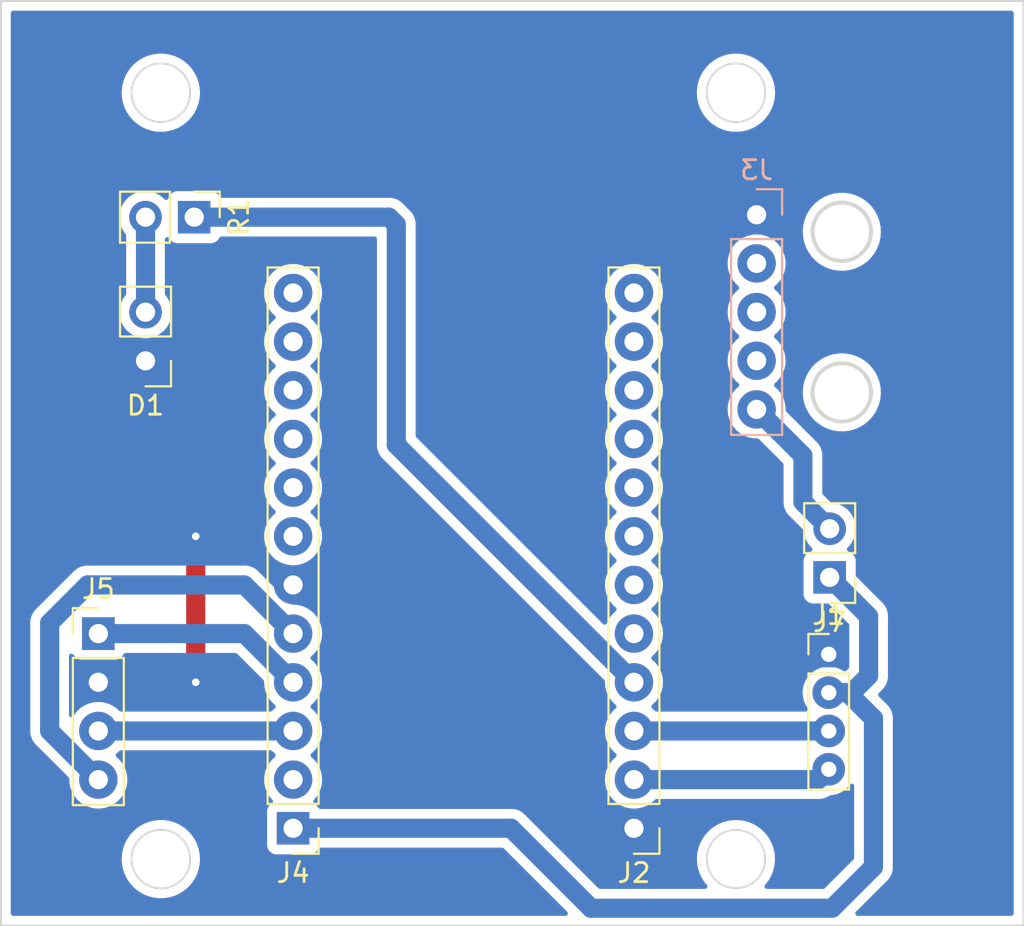
<source format=kicad_pcb>
(kicad_pcb (version 20211014) (generator pcbnew)
  (layers (0 "F.Cu" signal) (31 "B.Cu" signal) (34 "B.Paste" user) (35 "F.Paste" user) (36 "B.SilkS" user "B.Silkscreen") (37 "F.SilkS" user "F.Silkscreen") (38 "B.Mask" user) (39 "F.Mask" user) (44 "Edge.Cuts" user))
  (net 0 "")
  (net 1 "Net-(J1-Pad2)")
  (net 2 "Net-(J1-Pad3)")
  (net 3 "Net-(J1-Pad4)")
  (net 4 "Net-(J2-Pad4)")
  (net 22 "GND")
  (net 23 "CLK")
  (net 24 "DIO")
  (net 25 "RST")
  (net 26 "Net-(J3-Pad5)")
  (net 27 "Net-(R1-Pad2)")
  (footprint "Connector_PinHeader_2.54mm:PinHeader_1x02_P2.54mm_Vertical" (layer "F.Cu") (at 86.741 73.025 -90)
    (fp_text reference "R1" (at 0 -2.33 90) (layer "F.SilkS"))
    (fp_text value "R")
    (fp_line (start -1.33 -1.33) (end 0 -1.33) (layer "F.SilkS") (width 0.12))
    (fp_line (start -1.33 1.27) (end 1.33 1.27) (layer "F.SilkS") (width 0.12))
    (fp_line (start -1.33 3.87) (end 1.33 3.87) (layer "F.SilkS") (width 0.12))
    (fp_line (start -1.33 0) (end -1.33 -1.33) (layer "F.SilkS") (width 0.12))
    (fp_line (start -1.33 1.27) (end -1.33 3.87) (layer "F.SilkS") (width 0.12))
    (fp_line (start 1.33 1.27) (end 1.33 3.87) (layer "F.SilkS") (width 0.12))
    (pad "1" thru_hole rect (at 0 0 270) (size 1.7 1.7) (drill 1) (layers *.Cu *.Mask) (net 4 "Net-(J2-Pad4)"))
    (pad "2" thru_hole oval (at 0 2.54 270) (size 1.7 1.7) (drill 1) (layers *.Cu *.Mask) (net 27 "Net-(R1-Pad2)"))
  )
  (footprint "Connector_PinHeader_2.54mm:PinHeader_1x02_P2.54mm_Vertical" (layer "F.Cu") (at 119.888 91.826 180)
    (fp_text reference "J7" (at 0 -2.33) (layer "F.SilkS"))
    (fp_text value "Switch")
    (fp_line (start -1.33 1.27) (end 1.33 1.27) (layer "F.SilkS") (width 0.12))
    (fp_line (start -1.33 0) (end -1.33 -1.33) (layer "F.SilkS") (width 0.12))
    (fp_line (start -1.33 -1.33) (end 0 -1.33) (layer "F.SilkS") (width 0.12))
    (fp_line (start 1.33 1.27) (end 1.33 3.87) (layer "F.SilkS") (width 0.12))
    (fp_line (start -1.33 3.87) (end 1.33 3.87) (layer "F.SilkS") (width 0.12))
    (fp_line (start -1.33 1.27) (end -1.33 3.87) (layer "F.SilkS") (width 0.12))
    (pad "1" thru_hole rect (at 0 0 180) (size 1.7 1.7) (drill 1) (layers *.Cu *.Mask) (net 1 "Net-(J1-Pad2)"))
    (pad "2" thru_hole oval (at 0 2.54 180) (size 1.7 1.7) (drill 1) (layers *.Cu *.Mask) (net 26 "Net-(J3-Pad5)"))
  )
  (footprint "Connector_PinHeader_2.54mm:PinHeader_1x04_P2.54mm_Vertical" (layer "F.Cu") (at 81.74 94.76)
    (fp_text reference "J5" (at 0 -2.33) (layer "F.SilkS"))
    (fp_text value "STLINK")
    (fp_line (start -1.33 -1.33) (end 0 -1.33) (layer "F.SilkS") (width 0.12))
    (fp_line (start -1.33 1.27) (end 1.33 1.27) (layer "F.SilkS") (width 0.12))
    (fp_line (start -1.33 1.27) (end -1.33 8.95) (layer "F.SilkS") (width 0.12))
    (fp_line (start -1.33 0) (end -1.33 -1.33) (layer "F.SilkS") (width 0.12))
    (fp_line (start 1.33 1.27) (end 1.33 8.95) (layer "F.SilkS") (width 0.12))
    (fp_line (start -1.33 8.95) (end 1.33 8.95) (layer "F.SilkS") (width 0.12))
    (pad "1" thru_hole rect locked (at 0 0) (size 1.7 1.7) (drill 1) (layers *.Cu *.Mask) (net 23 "CLK"))
    (pad "2" thru_hole oval locked (at 0 2.54) (size 2 2) (drill 1) (layers *.Cu *.Mask) (net 22 "GND"))
    (pad "3" thru_hole oval locked (at 0 5.08) (size 2 2) (drill 1) (layers *.Cu *.Mask) (net 24 "DIO"))
    (pad "4" thru_hole oval locked (at 0 7.62) (size 2 2) (drill 1) (layers *.Cu *.Mask) (net 25 "RST"))
  )
  (footprint "Connector_PinHeader_2.54mm:PinHeader_1x12_P2.54mm_Vertical" (layer "F.Cu") (at 109.68 104.92 180)
    (fp_text reference "J2" (at 0 -2.33) (layer "F.SilkS"))
    (fp_text value "Conn_01x12")
    (fp_line (start -1.33 -1.33) (end 0 -1.33) (layer "F.SilkS") (width 0.12))
    (fp_line (start -1.33 1.27) (end 1.33 1.27) (layer "F.SilkS") (width 0.12))
    (fp_line (start -1.33 29.27) (end 1.33 29.27) (layer "F.SilkS") (width 0.12))
    (fp_line (start -1.33 0) (end -1.33 -1.33) (layer "F.SilkS") (width 0.12))
    (fp_line (start -1.33 1.27) (end -1.33 29.27) (layer "F.SilkS") (width 0.12))
    (fp_line (start 1.33 1.27) (end 1.33 29.27) (layer "F.SilkS") (width 0.12))
    (pad "1" thru_hole rect locked (at 0 0 180) (size 1.7 1.7) (drill 1) (layers *.Cu *.Mask) (net 22 "GND"))
    (pad "2" thru_hole oval locked (at 0 2.54 180) (size 2 2) (drill 1) (layers *.Cu *.Mask) (net 3 "Net-(J1-Pad4)"))
    (pad "3" thru_hole oval locked (at 0 5.08 180) (size 2 2) (drill 1) (layers *.Cu *.Mask) (net 2 "Net-(J1-Pad3)"))
    (pad "4" thru_hole oval locked (at 0 7.62 180) (size 2 2) (drill 1) (layers *.Cu *.Mask) (net 4 "Net-(J2-Pad4)"))
    (pad "5" thru_hole oval locked (at 0 10.16 180) (size 2 2) (drill 1) (layers *.Cu *.Mask))
    (pad "6" thru_hole oval locked (at 0 12.7 180) (size 2 2) (drill 1) (layers *.Cu *.Mask))
    (pad "7" thru_hole oval locked (at 0 15.24 180) (size 2 2) (drill 1) (layers *.Cu *.Mask))
    (pad "8" thru_hole oval locked (at 0 17.78 180) (size 2 2) (drill 1) (layers *.Cu *.Mask))
    (pad "9" thru_hole oval locked (at 0 20.32 180) (size 2 2) (drill 1) (layers *.Cu *.Mask))
    (pad "10" thru_hole oval locked (at 0 22.86 180) (size 2 2) (drill 1) (layers *.Cu *.Mask))
    (pad "11" thru_hole oval locked (at 0 25.4 180) (size 2 2) (drill 1) (layers *.Cu *.Mask))
    (pad "12" thru_hole oval locked (at 0 27.94 180) (size 2 2) (drill 1) (layers *.Cu *.Mask))
  )
  (footprint "Connector_PinHeader_2.54mm:PinHeader_1x02_P2.54mm_Vertical" (layer "F.Cu") (at 84.201 80.523 180)
    (fp_text reference "D1" (at 0 -2.33) (layer "F.SilkS"))
    (fp_text value "LED")
    (fp_line (start -1.33 -1.33) (end 0 -1.33) (layer "F.SilkS") (width 0.12))
    (fp_line (start -1.33 1.27) (end 1.33 1.27) (layer "F.SilkS") (width 0.12))
    (fp_line (start -1.33 3.87) (end 1.33 3.87) (layer "F.SilkS") (width 0.12))
    (fp_line (start 1.33 1.27) (end 1.33 3.87) (layer "F.SilkS") (width 0.12))
    (fp_line (start -1.33 1.27) (end -1.33 3.87) (layer "F.SilkS") (width 0.12))
    (fp_line (start -1.33 0) (end -1.33 -1.33) (layer "F.SilkS") (width 0.12))
    (pad "1" thru_hole rect (at 0 0 180) (size 1.7 1.7) (drill 1) (layers *.Cu *.Mask) (net 22 "GND"))
    (pad "2" thru_hole oval (at 0 2.54 180) (size 1.7 1.7) (drill 1) (layers *.Cu *.Mask) (net 27 "Net-(R1-Pad2)"))
  )
  (footprint "Connector_PinHeader_2.54mm:PinHeader_1x12_P2.54mm_Vertical" (layer "F.Cu") (at 91.9 104.92 180)
    (fp_text reference "J4" (at 0 -2.33) (layer "F.SilkS"))
    (fp_text value "Conn_01x12")
    (fp_line (start -1.33 1.27) (end -1.33 29.27) (layer "F.SilkS") (width 0.12))
    (fp_line (start 1.33 1.27) (end 1.33 29.27) (layer "F.SilkS") (width 0.12))
    (fp_line (start -1.33 1.27) (end 1.33 1.27) (layer "F.SilkS") (width 0.12))
    (fp_line (start -1.33 0) (end -1.33 -1.33) (layer "F.SilkS") (width 0.12))
    (fp_line (start -1.33 -1.33) (end 0 -1.33) (layer "F.SilkS") (width 0.12))
    (fp_line (start -1.33 29.27) (end 1.33 29.27) (layer "F.SilkS") (width 0.12))
    (pad "1" thru_hole rect locked (at 0 0 180) (size 1.7 1.7) (drill 1) (layers *.Cu *.Mask) (net 1 "Net-(J1-Pad2)"))
    (pad "2" thru_hole oval locked (at 0 2.54 180) (size 2 2) (drill 1) (layers *.Cu *.Mask))
    (pad "3" thru_hole oval locked (at 0 5.08 180) (size 2 2) (drill 1) (layers *.Cu *.Mask) (net 24 "DIO"))
    (pad "4" thru_hole oval locked (at 0 7.62 180) (size 2 2) (drill 1) (layers *.Cu *.Mask) (net 23 "CLK"))
    (pad "5" thru_hole oval locked (at 0 10.16 180) (size 2 2) (drill 1) (layers *.Cu *.Mask) (net 25 "RST"))
    (pad "6" thru_hole oval locked (at 0 12.7 180) (size 2 2) (drill 1) (layers *.Cu *.Mask) (net 22 "GND"))
    (pad "7" thru_hole oval locked (at 0 15.24 180) (size 2 2) (drill 1) (layers *.Cu *.Mask))
    (pad "8" thru_hole oval locked (at 0 17.78 180) (size 2 2) (drill 1) (layers *.Cu *.Mask))
    (pad "9" thru_hole oval locked (at 0 20.32 180) (size 2 2) (drill 1) (layers *.Cu *.Mask))
    (pad "10" thru_hole oval locked (at 0 22.86 180) (size 2 2) (drill 1) (layers *.Cu *.Mask))
    (pad "11" thru_hole oval locked (at 0 25.4 180) (size 2 2) (drill 1) (layers *.Cu *.Mask))
    (pad "12" thru_hole oval locked (at 0 27.94 180) (size 2 2) (drill 1) (layers *.Cu *.Mask))
  )
  (footprint "Connector_PinHeader_2.00mm:PinHeader_1x04_P2.00mm_Vertical" (layer "F.Cu") (at 119.84 95.84)
    (fp_text reference "J1" (at 0 -2.06) (layer "F.SilkS"))
    (fp_text value "I2C")
    (fp_line (start 1.06 1) (end 1.06 7.06) (layer "F.SilkS") (width 0.12))
    (fp_line (start -1.06 1) (end -1.06 7.06) (layer "F.SilkS") (width 0.12))
    (fp_line (start -1.06 7.06) (end 1.06 7.06) (layer "F.SilkS") (width 0.12))
    (fp_line (start -1.06 0) (end -1.06 -1.06) (layer "F.SilkS") (width 0.12))
    (fp_line (start -1.06 -1.06) (end 0 -1.06) (layer "F.SilkS") (width 0.12))
    (fp_line (start -1.06 1) (end 1.06 1) (layer "F.SilkS") (width 0.12))
    (pad "1" thru_hole rect locked (at 0 0) (size 1.35 1.35) (drill 0.8) (layers *.Cu *.Mask) (net 22 "GND"))
    (pad "2" thru_hole oval locked (at 0 2) (size 1.7 1.7) (drill 0.8) (layers *.Cu *.Mask) (net 1 "Net-(J1-Pad2)"))
    (pad "3" thru_hole oval locked (at 0 4) (size 1.7 1.7) (drill 0.8) (layers *.Cu *.Mask) (net 2 "Net-(J1-Pad3)"))
    (pad "4" thru_hole oval locked (at 0 6) (size 1.7 1.7) (drill 0.8) (layers *.Cu *.Mask) (net 3 "Net-(J1-Pad4)"))
  )
  (footprint "Connector_PinHeader_2.54mm:PinHeader_1x05_P2.54mm_Vertical" (layer "B.Cu") (at 116.078 72.898 180)
    (fp_text reference "J3" (at 0 2.33) (layer "B.SilkS") (effects (justify mirror)))
    (fp_text value "USBMicroAlim")
    (fp_line (start -1.33 -1.27) (end 1.33 -1.27) (layer "B.SilkS") (width 0.12))
    (fp_line (start 1.33 -1.27) (end 1.33 -11.49) (layer "B.SilkS") (width 0.12))
    (fp_line (start -1.33 -1.27) (end -1.33 -11.49) (layer "B.SilkS") (width 0.12))
    (fp_line (start -1.33 1.33) (end 0 1.33) (layer "B.SilkS") (width 0.12))
    (fp_line (start -1.33 -11.49) (end 1.33 -11.49) (layer "B.SilkS") (width 0.12))
    (fp_line (start -1.33 0) (end -1.33 1.33) (layer "B.SilkS") (width 0.12))
    (pad "1" thru_hole rect locked (at 0 0 180) (size 1.7 1.7) (drill 1) (layers *.Cu *.Mask) (net 22 "GND"))
    (pad "2" thru_hole oval locked (at 0 -2.54 180) (size 2 2) (drill 1) (layers *.Cu *.Mask))
    (pad "3" thru_hole oval locked (at 0 -5.08 180) (size 2 2) (drill 1) (layers *.Cu *.Mask))
    (pad "4" thru_hole oval locked (at 0 -7.62 180) (size 2 2) (drill 1) (layers *.Cu *.Mask))
    (pad "5" thru_hole oval locked (at 0 -10.16 180) (size 2 2) (drill 1) (layers *.Cu *.Mask) (net 26 "Net-(J3-Pad5)"))
  )
  (gr_circle (center 85 106.529282) (end 86.524 106.402282) (layer "Edge.Cuts") (width 0.1) (fill none))
  (gr_circle (center 115 66.529282) (end 113.984 67.672282) (layer "Edge.Cuts") (width 0.1) (fill none))
  (gr_circle (center 85 66.529282) (end 85.127 68.053282) (layer "Edge.Cuts") (width 0.1) (fill none))
  (gr_circle (center 115 106.524) (end 113.476 106.524) (layer "Edge.Cuts") (width 0.1) (fill none))
  (gr_circle (center 120.523 82.169) (end 118.999 82.169) (layer "Edge.Cuts") (width 0.2) (fill none))
  (gr_rect (start 130 110) (end 76.66 61.74) (layer "Edge.Cuts") (width 0.1) (fill none))
  (gr_circle (center 120.523 73.787) (end 118.999 73.787) (layer "Edge.Cuts") (width 0.2) (fill none))
  (segment (start 122.174 106.934) (end 120.015 109.093) (width 1) (layer "B.Cu") (net 1))
  (segment (start 122.174 99.187) (end 122.174 106.934) (width 1) (layer "B.Cu") (net 1))
  (segment (start 119.84 97.84) (end 120.827 97.84) (width 1) (layer "B.Cu") (net 1))
  (segment (start 107.442 109.093) (end 103.269 104.92) (width 1) (layer "B.Cu") (net 1))
  (segment (start 121.92 96.962081) (end 121.92 93.858) (width 1) (layer "B.Cu") (net 1))
  (segment (start 121.92 93.858) (end 119.888 91.826) (width 1) (layer "B.Cu") (net 1))
  (segment (start 119.84 97.84) (end 121.042081 97.84) (width 1) (layer "B.Cu") (net 1))
  (segment (start 121.042081 97.84) (end 121.92 96.962081) (width 1) (layer "B.Cu") (net 1))
  (segment (start 103.269 104.92) (end 91.9 104.92) (width 1) (layer "B.Cu") (net 1))
  (segment (start 120.015 109.093) (end 107.442 109.093) (width 1) (layer "B.Cu") (net 1))
  (segment (start 120.827 97.84) (end 122.174 99.187) (width 1) (layer "B.Cu") (net 1))
  (segment (start 109.68 99.84) (end 119.84 99.84) (width 1) (layer "B.Cu") (net 2))
  (segment (start 119.3 102.38) (end 119.84 101.84) (width 1) (layer "B.Cu") (net 3))
  (segment (start 109.68 102.38) (end 119.3 102.38) (width 1) (layer "B.Cu") (net 3))
  (segment (start 97.282 73.406) (end 96.901 73.025) (width 1) (layer "B.Cu") (net 4))
  (segment (start 96.901 73.025) (end 86.741 73.025) (width 1) (layer "B.Cu") (net 4))
  (segment (start 97.282 84.902) (end 97.282 73.406) (width 1) (layer "B.Cu") (net 4))
  (segment (start 109.68 97.3) (end 97.282 84.902) (width 1) (layer "B.Cu") (net 4))
  (segment (start 86.82 97.3) (end 86.82 89.68) (width 1) (layer "F.Cu") (net 22))
  (via (at 86.82 89.68) (size 0.8) (drill 0.4) (layers "F.Cu" "B.Cu") (net 22))
  (via (at 86.82 97.3) (size 0.8) (drill 0.4) (layers "F.Cu" "B.Cu") (net 22))
  (segment (start 89.36 94.76) (end 91.9 97.3) (width 1) (layer "B.Cu") (net 23))
  (segment (start 81.74 94.76) (end 89.36 94.76) (width 1) (layer "B.Cu") (net 23))
  (segment (start 81.74 99.84) (end 91.9 99.84) (width 1) (layer "B.Cu") (net 24))
  (segment (start 81.180978 92.22) (end 89.36 92.22) (width 1) (layer "B.Cu") (net 25))
  (segment (start 79.2 99.84) (end 79.2 94.200978) (width 1) (layer "B.Cu") (net 25))
  (segment (start 89.36 92.22) (end 91.9 94.76) (width 1) (layer "B.Cu") (net 25))
  (segment (start 81.74 102.38) (end 79.2 99.84) (width 1) (layer "B.Cu") (net 25))
  (segment (start 79.2 94.200978) (end 81.180978 92.22) (width 1) (layer "B.Cu") (net 25))
  (segment (start 118.494935 87.892935) (end 118.494935 85.474935) (width 1) (layer "B.Cu") (net 26))
  (segment (start 119.888 89.286) (end 118.494935 87.892935) (width 1) (layer "B.Cu") (net 26))
  (segment (start 118.494935 85.474935) (end 116.078 83.058) (width 1) (layer "B.Cu") (net 26))
  (segment (start 84.201 73.025) (end 84.201 77.983) (width 1) (layer "B.Cu") (net 27))
  (zone (net 22) (net_name "GND") (layer "B.Cu") (connect_pads yes (clearance 0.508)) (min_thickness 0.254) (fill yes (thermal_gap 0.508) (thermal_bridge_width 0.508))
    (polygon (pts (xy 76.66 61.74) (xy 130 61.74) (xy 130 110) (xy 76.66 110)))
  )
)
</source>
